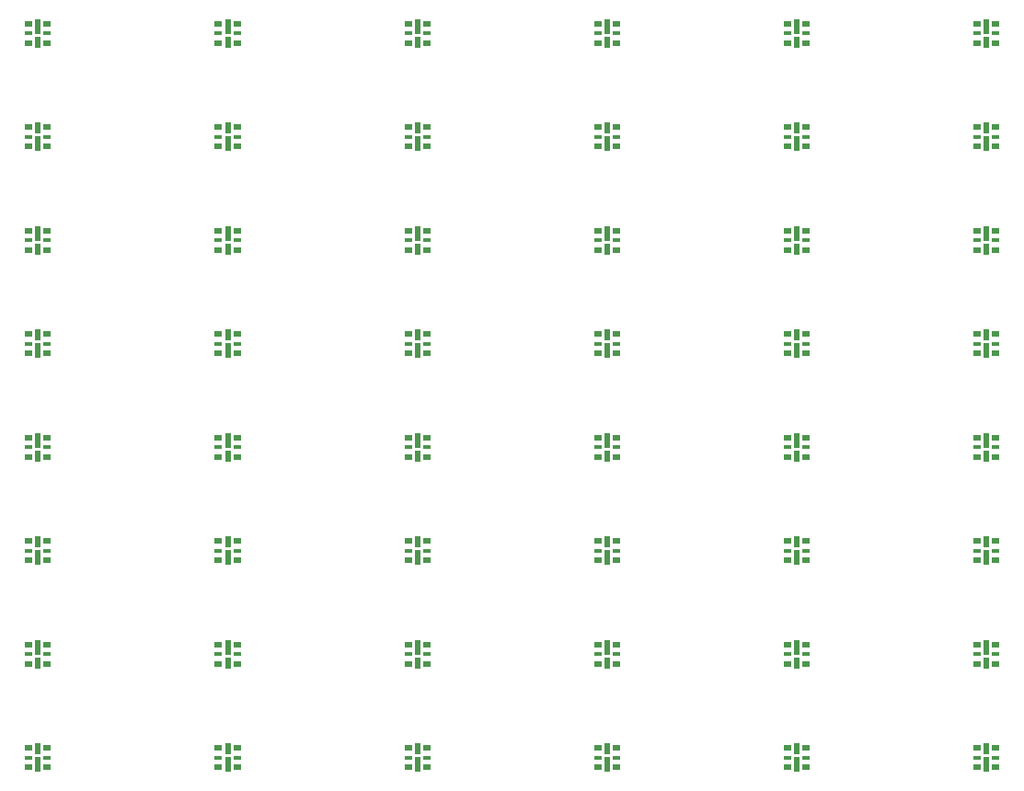
<source format=gbr>
G04 #@! TF.GenerationSoftware,KiCad,Pcbnew,(5.1.4-0-10_14)*
G04 #@! TF.CreationDate,2020-04-27T22:32:42-07:00*
G04 #@! TF.ProjectId,LED_Board_s_,4c45445f-426f-4617-9264-5f735f2e6b69,rev?*
G04 #@! TF.SameCoordinates,Original*
G04 #@! TF.FileFunction,Paste,Top*
G04 #@! TF.FilePolarity,Positive*
%FSLAX46Y46*%
G04 Gerber Fmt 4.6, Leading zero omitted, Abs format (unit mm)*
G04 Created by KiCad (PCBNEW (5.1.4-0-10_14)) date 2020-04-27 22:32:42*
%MOMM*%
%LPD*%
G04 APERTURE LIST*
%ADD10R,0.500000X1.480000*%
%ADD11R,0.500000X1.000000*%
%ADD12R,0.800000X0.500000*%
%ADD13R,0.800000X0.300000*%
G04 APERTURE END LIST*
D10*
X28560000Y-93037500D03*
D11*
X28560000Y-91617500D03*
D12*
X29410000Y-91547500D03*
X29410000Y-93347500D03*
D13*
X29410000Y-92447500D03*
D12*
X27710000Y-93347500D03*
D13*
X27710000Y-92447500D03*
D12*
X27710000Y-91547500D03*
D10*
X46020000Y-93037500D03*
D11*
X46020000Y-91617500D03*
D12*
X46870000Y-91547500D03*
X46870000Y-93347500D03*
D13*
X46870000Y-92447500D03*
D12*
X45170000Y-93347500D03*
D13*
X45170000Y-92447500D03*
D12*
X45170000Y-91547500D03*
D10*
X63480000Y-93037500D03*
D11*
X63480000Y-91617500D03*
D12*
X64330000Y-91547500D03*
X64330000Y-93347500D03*
D13*
X64330000Y-92447500D03*
D12*
X62630000Y-93347500D03*
D13*
X62630000Y-92447500D03*
D12*
X62630000Y-91547500D03*
D10*
X80940000Y-93037500D03*
D11*
X80940000Y-91617500D03*
D12*
X81790000Y-91547500D03*
X81790000Y-93347500D03*
D13*
X81790000Y-92447500D03*
D12*
X80090000Y-93347500D03*
D13*
X80090000Y-92447500D03*
D12*
X80090000Y-91547500D03*
D10*
X98400000Y-93037500D03*
D11*
X98400000Y-91617500D03*
D12*
X99250000Y-91547500D03*
X99250000Y-93347500D03*
D13*
X99250000Y-92447500D03*
D12*
X97550000Y-93347500D03*
D13*
X97550000Y-92447500D03*
D12*
X97550000Y-91547500D03*
D10*
X115860000Y-93037500D03*
D11*
X115860000Y-91617500D03*
D12*
X116710000Y-91547500D03*
X116710000Y-93347500D03*
D13*
X116710000Y-92447500D03*
D12*
X115010000Y-93347500D03*
D13*
X115010000Y-92447500D03*
D12*
X115010000Y-91547500D03*
D10*
X115860000Y-82332500D03*
D11*
X115860000Y-83752500D03*
D12*
X115010000Y-83822500D03*
X115010000Y-82022500D03*
D13*
X115010000Y-82922500D03*
D12*
X116710000Y-82022500D03*
D13*
X116710000Y-82922500D03*
D12*
X116710000Y-83822500D03*
D10*
X98400000Y-82332500D03*
D11*
X98400000Y-83752500D03*
D12*
X97550000Y-83822500D03*
X97550000Y-82022500D03*
D13*
X97550000Y-82922500D03*
D12*
X99250000Y-82022500D03*
D13*
X99250000Y-82922500D03*
D12*
X99250000Y-83822500D03*
D10*
X80940000Y-82332500D03*
D11*
X80940000Y-83752500D03*
D12*
X80090000Y-83822500D03*
X80090000Y-82022500D03*
D13*
X80090000Y-82922500D03*
D12*
X81790000Y-82022500D03*
D13*
X81790000Y-82922500D03*
D12*
X81790000Y-83822500D03*
D10*
X63480000Y-82332500D03*
D11*
X63480000Y-83752500D03*
D12*
X62630000Y-83822500D03*
X62630000Y-82022500D03*
D13*
X62630000Y-82922500D03*
D12*
X64330000Y-82022500D03*
D13*
X64330000Y-82922500D03*
D12*
X64330000Y-83822500D03*
D10*
X46020000Y-82332500D03*
D11*
X46020000Y-83752500D03*
D12*
X45170000Y-83822500D03*
X45170000Y-82022500D03*
D13*
X45170000Y-82922500D03*
D12*
X46870000Y-82022500D03*
D13*
X46870000Y-82922500D03*
D12*
X46870000Y-83822500D03*
D10*
X28560000Y-82332500D03*
D11*
X28560000Y-83752500D03*
D12*
X27710000Y-83822500D03*
X27710000Y-82022500D03*
D13*
X27710000Y-82922500D03*
D12*
X29410000Y-82022500D03*
D13*
X29410000Y-82922500D03*
D12*
X29410000Y-83822500D03*
D10*
X28560000Y-73987500D03*
D11*
X28560000Y-72567500D03*
D12*
X29410000Y-72497500D03*
X29410000Y-74297500D03*
D13*
X29410000Y-73397500D03*
D12*
X27710000Y-74297500D03*
D13*
X27710000Y-73397500D03*
D12*
X27710000Y-72497500D03*
D10*
X46020000Y-73987500D03*
D11*
X46020000Y-72567500D03*
D12*
X46870000Y-72497500D03*
X46870000Y-74297500D03*
D13*
X46870000Y-73397500D03*
D12*
X45170000Y-74297500D03*
D13*
X45170000Y-73397500D03*
D12*
X45170000Y-72497500D03*
D10*
X63480000Y-73987500D03*
D11*
X63480000Y-72567500D03*
D12*
X64330000Y-72497500D03*
X64330000Y-74297500D03*
D13*
X64330000Y-73397500D03*
D12*
X62630000Y-74297500D03*
D13*
X62630000Y-73397500D03*
D12*
X62630000Y-72497500D03*
D10*
X80940000Y-73987500D03*
D11*
X80940000Y-72567500D03*
D12*
X81790000Y-72497500D03*
X81790000Y-74297500D03*
D13*
X81790000Y-73397500D03*
D12*
X80090000Y-74297500D03*
D13*
X80090000Y-73397500D03*
D12*
X80090000Y-72497500D03*
D10*
X98400000Y-73987500D03*
D11*
X98400000Y-72567500D03*
D12*
X99250000Y-72497500D03*
X99250000Y-74297500D03*
D13*
X99250000Y-73397500D03*
D12*
X97550000Y-74297500D03*
D13*
X97550000Y-73397500D03*
D12*
X97550000Y-72497500D03*
D10*
X115860000Y-73987500D03*
D11*
X115860000Y-72567500D03*
D12*
X116710000Y-72497500D03*
X116710000Y-74297500D03*
D13*
X116710000Y-73397500D03*
D12*
X115010000Y-74297500D03*
D13*
X115010000Y-73397500D03*
D12*
X115010000Y-72497500D03*
D10*
X115860000Y-63282500D03*
D11*
X115860000Y-64702500D03*
D12*
X115010000Y-64772500D03*
X115010000Y-62972500D03*
D13*
X115010000Y-63872500D03*
D12*
X116710000Y-62972500D03*
D13*
X116710000Y-63872500D03*
D12*
X116710000Y-64772500D03*
D10*
X98400000Y-63282500D03*
D11*
X98400000Y-64702500D03*
D12*
X97550000Y-64772500D03*
X97550000Y-62972500D03*
D13*
X97550000Y-63872500D03*
D12*
X99250000Y-62972500D03*
D13*
X99250000Y-63872500D03*
D12*
X99250000Y-64772500D03*
D10*
X80940000Y-63282500D03*
D11*
X80940000Y-64702500D03*
D12*
X80090000Y-64772500D03*
X80090000Y-62972500D03*
D13*
X80090000Y-63872500D03*
D12*
X81790000Y-62972500D03*
D13*
X81790000Y-63872500D03*
D12*
X81790000Y-64772500D03*
D10*
X63480000Y-63282500D03*
D11*
X63480000Y-64702500D03*
D12*
X62630000Y-64772500D03*
X62630000Y-62972500D03*
D13*
X62630000Y-63872500D03*
D12*
X64330000Y-62972500D03*
D13*
X64330000Y-63872500D03*
D12*
X64330000Y-64772500D03*
D10*
X46020000Y-63282500D03*
D11*
X46020000Y-64702500D03*
D12*
X45170000Y-64772500D03*
X45170000Y-62972500D03*
D13*
X45170000Y-63872500D03*
D12*
X46870000Y-62972500D03*
D13*
X46870000Y-63872500D03*
D12*
X46870000Y-64772500D03*
D10*
X28560000Y-63282500D03*
D11*
X28560000Y-64702500D03*
D12*
X27710000Y-64772500D03*
X27710000Y-62972500D03*
D13*
X27710000Y-63872500D03*
D12*
X29410000Y-62972500D03*
D13*
X29410000Y-63872500D03*
D12*
X29410000Y-64772500D03*
D10*
X28560000Y-54937500D03*
D11*
X28560000Y-53517500D03*
D12*
X29410000Y-53447500D03*
X29410000Y-55247500D03*
D13*
X29410000Y-54347500D03*
D12*
X27710000Y-55247500D03*
D13*
X27710000Y-54347500D03*
D12*
X27710000Y-53447500D03*
D10*
X46020000Y-54937500D03*
D11*
X46020000Y-53517500D03*
D12*
X46870000Y-53447500D03*
X46870000Y-55247500D03*
D13*
X46870000Y-54347500D03*
D12*
X45170000Y-55247500D03*
D13*
X45170000Y-54347500D03*
D12*
X45170000Y-53447500D03*
D10*
X63480000Y-54937500D03*
D11*
X63480000Y-53517500D03*
D12*
X64330000Y-53447500D03*
X64330000Y-55247500D03*
D13*
X64330000Y-54347500D03*
D12*
X62630000Y-55247500D03*
D13*
X62630000Y-54347500D03*
D12*
X62630000Y-53447500D03*
D10*
X80940000Y-54937500D03*
D11*
X80940000Y-53517500D03*
D12*
X81790000Y-53447500D03*
X81790000Y-55247500D03*
D13*
X81790000Y-54347500D03*
D12*
X80090000Y-55247500D03*
D13*
X80090000Y-54347500D03*
D12*
X80090000Y-53447500D03*
D10*
X98400000Y-54937500D03*
D11*
X98400000Y-53517500D03*
D12*
X99250000Y-53447500D03*
X99250000Y-55247500D03*
D13*
X99250000Y-54347500D03*
D12*
X97550000Y-55247500D03*
D13*
X97550000Y-54347500D03*
D12*
X97550000Y-53447500D03*
D10*
X115860000Y-54937500D03*
D11*
X115860000Y-53517500D03*
D12*
X116710000Y-53447500D03*
X116710000Y-55247500D03*
D13*
X116710000Y-54347500D03*
D12*
X115010000Y-55247500D03*
D13*
X115010000Y-54347500D03*
D12*
X115010000Y-53447500D03*
D10*
X115860000Y-44232500D03*
D11*
X115860000Y-45652500D03*
D12*
X115010000Y-45722500D03*
X115010000Y-43922500D03*
D13*
X115010000Y-44822500D03*
D12*
X116710000Y-43922500D03*
D13*
X116710000Y-44822500D03*
D12*
X116710000Y-45722500D03*
D10*
X98400000Y-44232500D03*
D11*
X98400000Y-45652500D03*
D12*
X97550000Y-45722500D03*
X97550000Y-43922500D03*
D13*
X97550000Y-44822500D03*
D12*
X99250000Y-43922500D03*
D13*
X99250000Y-44822500D03*
D12*
X99250000Y-45722500D03*
D10*
X80940000Y-44232500D03*
D11*
X80940000Y-45652500D03*
D12*
X80090000Y-45722500D03*
X80090000Y-43922500D03*
D13*
X80090000Y-44822500D03*
D12*
X81790000Y-43922500D03*
D13*
X81790000Y-44822500D03*
D12*
X81790000Y-45722500D03*
D10*
X63480000Y-44232500D03*
D11*
X63480000Y-45652500D03*
D12*
X62630000Y-45722500D03*
X62630000Y-43922500D03*
D13*
X62630000Y-44822500D03*
D12*
X64330000Y-43922500D03*
D13*
X64330000Y-44822500D03*
D12*
X64330000Y-45722500D03*
D10*
X46020000Y-44232500D03*
D11*
X46020000Y-45652500D03*
D12*
X45170000Y-45722500D03*
X45170000Y-43922500D03*
D13*
X45170000Y-44822500D03*
D12*
X46870000Y-43922500D03*
D13*
X46870000Y-44822500D03*
D12*
X46870000Y-45722500D03*
D10*
X28560000Y-44232500D03*
D11*
X28560000Y-45652500D03*
D12*
X27710000Y-45722500D03*
X27710000Y-43922500D03*
D13*
X27710000Y-44822500D03*
D12*
X29410000Y-43922500D03*
D13*
X29410000Y-44822500D03*
D12*
X29410000Y-45722500D03*
D10*
X28560000Y-35887500D03*
D11*
X28560000Y-34467500D03*
D12*
X29410000Y-34397500D03*
X29410000Y-36197500D03*
D13*
X29410000Y-35297500D03*
D12*
X27710000Y-36197500D03*
D13*
X27710000Y-35297500D03*
D12*
X27710000Y-34397500D03*
D10*
X46020000Y-35887500D03*
D11*
X46020000Y-34467500D03*
D12*
X46870000Y-34397500D03*
X46870000Y-36197500D03*
D13*
X46870000Y-35297500D03*
D12*
X45170000Y-36197500D03*
D13*
X45170000Y-35297500D03*
D12*
X45170000Y-34397500D03*
D10*
X63480000Y-35887500D03*
D11*
X63480000Y-34467500D03*
D12*
X64330000Y-34397500D03*
X64330000Y-36197500D03*
D13*
X64330000Y-35297500D03*
D12*
X62630000Y-36197500D03*
D13*
X62630000Y-35297500D03*
D12*
X62630000Y-34397500D03*
D10*
X80940000Y-35887500D03*
D11*
X80940000Y-34467500D03*
D12*
X81790000Y-34397500D03*
X81790000Y-36197500D03*
D13*
X81790000Y-35297500D03*
D12*
X80090000Y-36197500D03*
D13*
X80090000Y-35297500D03*
D12*
X80090000Y-34397500D03*
D10*
X98400000Y-35887500D03*
D11*
X98400000Y-34467500D03*
D12*
X99250000Y-34397500D03*
X99250000Y-36197500D03*
D13*
X99250000Y-35297500D03*
D12*
X97550000Y-36197500D03*
D13*
X97550000Y-35297500D03*
D12*
X97550000Y-34397500D03*
D10*
X115860000Y-35887500D03*
D11*
X115860000Y-34467500D03*
D12*
X116710000Y-34397500D03*
X116710000Y-36197500D03*
D13*
X116710000Y-35297500D03*
D12*
X115010000Y-36197500D03*
D13*
X115010000Y-35297500D03*
D12*
X115010000Y-34397500D03*
D10*
X115860000Y-25182500D03*
D11*
X115860000Y-26602500D03*
D12*
X115010000Y-26672500D03*
X115010000Y-24872500D03*
D13*
X115010000Y-25772500D03*
D12*
X116710000Y-24872500D03*
D13*
X116710000Y-25772500D03*
D12*
X116710000Y-26672500D03*
D10*
X98400000Y-25182500D03*
D11*
X98400000Y-26602500D03*
D12*
X97550000Y-26672500D03*
X97550000Y-24872500D03*
D13*
X97550000Y-25772500D03*
D12*
X99250000Y-24872500D03*
D13*
X99250000Y-25772500D03*
D12*
X99250000Y-26672500D03*
D10*
X80940000Y-25182500D03*
D11*
X80940000Y-26602500D03*
D12*
X80090000Y-26672500D03*
X80090000Y-24872500D03*
D13*
X80090000Y-25772500D03*
D12*
X81790000Y-24872500D03*
D13*
X81790000Y-25772500D03*
D12*
X81790000Y-26672500D03*
D10*
X63480000Y-25182500D03*
D11*
X63480000Y-26602500D03*
D12*
X62630000Y-26672500D03*
X62630000Y-24872500D03*
D13*
X62630000Y-25772500D03*
D12*
X64330000Y-24872500D03*
D13*
X64330000Y-25772500D03*
D12*
X64330000Y-26672500D03*
D10*
X46020000Y-25182500D03*
D11*
X46020000Y-26602500D03*
D12*
X45170000Y-26672500D03*
X45170000Y-24872500D03*
D13*
X45170000Y-25772500D03*
D12*
X46870000Y-24872500D03*
D13*
X46870000Y-25772500D03*
D12*
X46870000Y-26672500D03*
D10*
X28560000Y-25182500D03*
D11*
X28560000Y-26602500D03*
D12*
X27710000Y-26672500D03*
X27710000Y-24872500D03*
D13*
X27710000Y-25772500D03*
D12*
X29410000Y-24872500D03*
D13*
X29410000Y-25772500D03*
D12*
X29410000Y-26672500D03*
M02*

</source>
